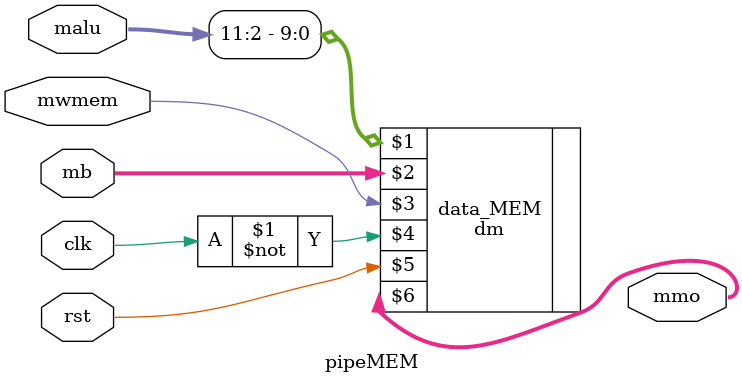
<source format=v>
`include "dm.v"

module pipeMEM(clk,rst,mwmem,malu,mb,mmo);

input clk,rst,mwmem;
input [31:0] malu,mb;

output [31:0] mmo;

dm data_MEM( malu[11:2], mb, mwmem, ~clk, rst , mmo );
//注意在时钟下降沿写DM，对寄存器堆也是如此，这样可以保证前半个周期写的值后半个周期就可以读到

endmodule
</source>
